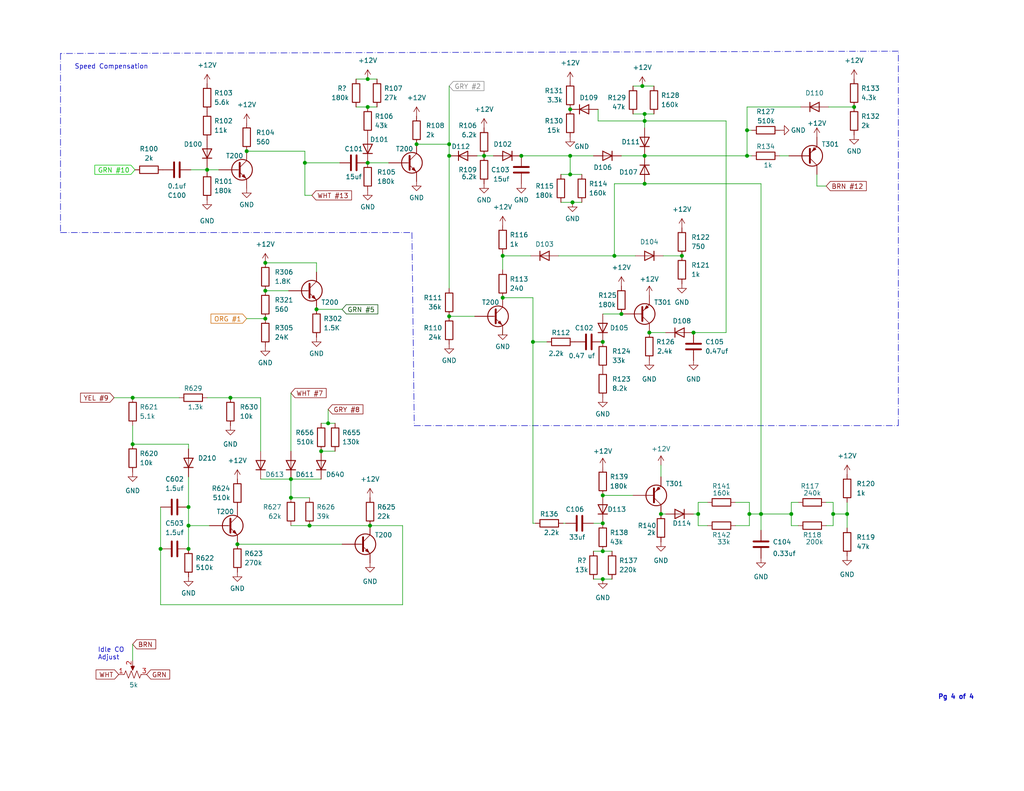
<source format=kicad_sch>
(kicad_sch (version 20230121) (generator eeschema)
  (paper "A")
  (title_block (title "D-Jetronic 0 280 000 034 ECU for Volvo") (date "2023-12-28") (comment 1 "Redrawn by David Farrington") (comment 2 "Copied from Dale Rembold") (comment 3 "Following Layout by F.W. Kerfoot"))
  (lib_symbols
    (symbol "BC328_1" (pin_numbers hide) (pin_names (offset 0) hide)
      (property "Reference" "Q" (at 5.08 1.905 0))
      (property "Value" "BC328" (at 5.08 0 0))
      (symbol "BC328_1_0_1"
        (polyline (pts (xy 0.635 0.635) (xy 2.54 2.54)))
        (polyline (pts (xy 0.635 -0.635) (xy 2.54 -2.54) (xy 2.54 -2.54)))
        (polyline (pts (xy 0.635 1.905) (xy 0.635 -1.905) (xy 0.635 -1.905)) (stroke (width 0.508)))
        (polyline (pts (xy 2.286 -1.778) (xy 1.778 -2.286) (xy 1.27 -1.27) (xy 2.286 -1.778) (xy 2.286 -1.778)) (fill (type outline)))
        (circle (center 1.27 0) (radius 2.8194) (stroke (width 0.254)))
      )
      (symbol "BC328_1_1_1"
        (pin passive line (at 2.54 5.08 270) (length 2.54) (name "C") (number "1"))
        (pin input line (at -5.08 0 0) (length 5.715) (name "B") (number "2"))
        (pin passive line (at 2.54 -5.08 90) (length 2.54) (name "E") (number "3"))
      )
    )
    (symbol "Device:C" (pin_numbers hide) (pin_names (offset 0.254))
      (property "Reference" "C" (at 0.635 2.54 0))
      (property "Value" "C" (at 0.635 -2.54 0))
      (symbol "C_0_1"
        (polyline (pts (xy -2.032 -0.762) (xy 2.032 -0.762)) (stroke (width 0.508)))
        (polyline (pts (xy -2.032 0.762) (xy 2.032 0.762)) (stroke (width 0.508)))
      )
      (symbol "C_1_1"
        (pin passive line (at 0 3.81 270) (length 2.794) (name "~") (number "1"))
        (pin passive line (at 0 -3.81 90) (length 2.794) (name "~") (number "2"))
      )
    )
    (symbol "Device:D" (pin_numbers hide) (pin_names (offset 1.016) hide)
      (property "Reference" "D" (at 0 2.54 0))
      (property "Value" "D" (at 0 -2.54 0))
      (symbol "D_0_1"
        (polyline (pts (xy -1.27 1.27) (xy -1.27 -1.27)) (stroke (width 0.254)))
        (polyline (pts (xy 1.27 0) (xy -1.27 0)))
        (polyline (pts (xy 1.27 1.27) (xy 1.27 -1.27) (xy -1.27 0) (xy 1.27 1.27)) (stroke (width 0.254)))
      )
      (symbol "D_1_1"
        (pin passive line (at -3.81 0 0) (length 2.54) (name "K") (number "1"))
        (pin passive line (at 3.81 0 180) (length 2.54) (name "A") (number "2"))
      )
    )
    (symbol "Device:R" (pin_numbers hide) (pin_names (offset 0))
      (property "Reference" "R" (at 2.032 0 90))
      (property "Value" "R" (at 0 0 90))
      (symbol "R_0_1"
        (rectangle (start -1.016 -2.54) (end 1.016 2.54) (stroke (width 0.254)))
      )
      (symbol "R_1_1"
        (pin passive line (at 0 3.81 270) (length 1.27) (name "~") (number "1"))
        (pin passive line (at 0 -3.81 90) (length 1.27) (name "~") (number "2"))
      )
    )
    (symbol "Device:R_Potentiometer_US" (pin_names (offset 1.016) hide)
      (property "Reference" "RV" (at -4.445 0 90))
      (property "Value" "R_Potentiometer_US" (at -2.54 0 90))
      (symbol "R_Potentiometer_US_0_1"
        (polyline (pts (xy 0 -2.286) (xy 0 -2.54)))
        (polyline (pts (xy 0 2.54) (xy 0 2.286)))
        (polyline (pts (xy 2.54 0) (xy 1.524 0)))
        (polyline (pts (xy 1.143 0) (xy 2.286 0.508) (xy 2.286 -0.508) (xy 1.143 0)) (fill (type outline)))
        (polyline (pts (xy 0 -0.762) (xy 1.016 -1.143) (xy 0 -1.524) (xy -1.016 -1.905) (xy 0 -2.286)))
        (polyline (pts (xy 0 0.762) (xy 1.016 0.381) (xy 0 0) (xy -1.016 -0.381) (xy 0 -0.762)))
        (polyline (pts (xy 0 2.286) (xy 1.016 1.905) (xy 0 1.524) (xy -1.016 1.143) (xy 0 0.762)))
      )
      (symbol "R_Potentiometer_US_1_1"
        (pin passive line (at 0 3.81 270) (length 1.27) (name "1") (number "1"))
        (pin passive line (at 3.81 0 180) (length 1.27) (name "2") (number "2"))
        (pin passive line (at 0 -3.81 90) (length 1.27) (name "3") (number "3"))
      )
    )
    (symbol "Transistor_BJT:BC337" (pin_numbers hide) (pin_names (offset 0) hide)
      (property "Reference" "Q" (at 5.08 1.905 0))
      (property "Value" "BC337" (at 5.08 0 0))
      (symbol "BC337_0_1"
        (polyline (pts (xy 0 0) (xy 0.635 0)))
        (polyline (pts (xy 0.635 0.635) (xy 2.54 2.54)))
        (polyline (pts (xy 0.635 -0.635) (xy 2.54 -2.54) (xy 2.54 -2.54)))
        (polyline (pts (xy 0.635 1.905) (xy 0.635 -1.905) (xy 0.635 -1.905)) (stroke (width 0.508)))
        (polyline (pts (xy 1.27 -1.778) (xy 1.778 -1.27) (xy 2.286 -2.286) (xy 1.27 -1.778) (xy 1.27 -1.778)) (fill (type outline)))
        (circle (center 1.27 0) (radius 2.8194) (stroke (width 0.254)))
      )
      (symbol "BC337_1_1"
        (pin passive line (at 2.54 5.08 270) (length 2.54) (name "C") (number "1"))
        (pin input line (at -5.08 0 0) (length 5.08) (name "B") (number "2"))
        (pin passive line (at 2.54 -5.08 90) (length 2.54) (name "E") (number "3"))
      )
    )
    (symbol "power:+12V" (power) (pin_names (offset 0))
      (property "Value" "+12V" (at 0 3.556 0))
      (symbol "+12V_0_1"
        (polyline (pts (xy -0.762 1.27) (xy 0 2.54)))
        (polyline (pts (xy 0 0) (xy 0 2.54)))
        (polyline (pts (xy 0 2.54) (xy 0.762 1.27)))
      )
      (symbol "+12V_1_1"
        (pin power_in line (at 0 0 90) (length 0) hide (name "+12V") (number "1"))
      )
    )
    (symbol "power:GND" (power) (pin_names (offset 0))
      (property "Value" "GND" (at 0 -3.81 0))
      (symbol "GND_0_1"
        (polyline (pts (xy 0 0) (xy 0 -1.27) (xy 1.27 -1.27) (xy 0 -2.54) (xy -1.27 -1.27) (xy 0 -1.27)))
      )
      (symbol "GND_1_1"
        (pin power_in line (at 0 0 270) (length 0) hide (name "GND") (number "1"))
      )
    )
  )
  (junction (at 122.555 86.36))
  (junction (at 72.39 86.995))
  (junction (at 164.465 150.495))
  (junction (at 72.39 71.755))
  (junction (at 79.375 130.81))
  (junction (at 137.16 69.85))
  (junction (at 186.055 69.85))
  (junction (at 113.665 39.37))
  (junction (at 164.465 158.115))
  (junction (at 51.435 138.43))
  (junction (at 175.895 33.02))
  (junction (at 132.08 42.545))
  (junction (at 215.9 140.335))
  (junction (at 203.835 35.56))
  (junction (at 86.36 84.455))
  (junction (at 203.835 42.545))
  (junction (at 231.14 140.335))
  (junction (at 175.26 23.495))
  (junction (at 169.545 85.725))
  (junction (at 164.465 135.255))
  (junction (at 43.815 149.86))
  (junction (at 62.865 108.585))
  (junction (at 175.895 42.545))
  (junction (at 72.39 79.375))
  (junction (at 233.045 29.21))
  (junction (at 79.375 135.89))
  (junction (at 190.5 140.335))
  (junction (at 84.455 143.51))
  (junction (at 145.415 93.345))
  (junction (at 142.24 42.545))
  (junction (at 204.47 140.335))
  (junction (at 227.33 140.335))
  (junction (at 100.965 143.51))
  (junction (at 164.465 142.875))
  (junction (at 100.33 44.45))
  (junction (at 155.575 29.845))
  (junction (at 51.435 143.51))
  (junction (at 189.23 90.805))
  (junction (at 56.515 46.355))
  (junction (at 89.535 115.57))
  (junction (at 175.895 31.115))
  (junction (at 137.16 81.28))
  (junction (at 36.195 121.285))
  (junction (at 100.33 29.21))
  (junction (at 64.77 148.59))
  (junction (at 164.465 93.345))
  (junction (at 155.575 47.625))
  (junction (at 67.31 41.275))
  (junction (at 51.435 149.86))
  (junction (at 87.63 123.19))
  (junction (at 180.34 140.335))
  (junction (at 156.21 55.245))
  (junction (at 36.195 108.585))
  (junction (at 155.575 42.545))
  (junction (at 177.165 90.805))
  (junction (at 167.64 69.85))
  (junction (at 207.645 140.335))
  (junction (at 83.185 44.45))
  (junction (at 122.555 42.545))
  (junction (at 122.555 39.37))
  (junction (at 175.895 50.165))
  (junction (at 100.33 21.59))
  (wire (pts (xy 175.895 31.115) (xy 178.435 31.115)))
  (wire (pts (xy 190.5 137.16) (xy 190.5 140.335)))
  (wire (pts (xy 52.07 46.355) (xy 56.515 46.355)))
  (wire (pts (xy 137.16 91.44) (xy 137.16 90.17)))
  (wire (pts (xy 56.515 45.72) (xy 56.515 46.355)))
  (wire (pts (xy 215.9 137.16) (xy 215.9 140.335)))
  (wire (pts (xy 163.195 33.02) (xy 175.895 33.02)))
  (wire (pts (xy 227.33 137.16) (xy 227.33 140.335)))
  (wire (pts (xy 56.515 46.355) (xy 56.515 46.99)))
  (wire (pts (xy 153.035 55.245) (xy 156.21 55.245)))
  (wire (pts (xy 207.645 140.335) (xy 207.645 144.78)))
  (wire (pts (xy 227.33 140.335) (xy 231.14 140.335)))
  (wire (pts (xy 204.47 140.335) (xy 204.47 143.51)))
  (polyline (pts (xy 16.51 63.5) (xy 112.395 63.5)) (stroke (width 0) (type dash_dot)))
  (wire (pts (xy 51.435 122.555) (xy 51.435 121.285)))
  (wire (pts (xy 84.455 143.51) (xy 79.375 143.51)))
  (wire (pts (xy 109.855 143.51) (xy 109.855 165.1)))
  (wire (pts (xy 226.06 29.21) (xy 233.045 29.21)))
  (wire (pts (xy 215.9 143.51) (xy 217.805 143.51)))
  (wire (pts (xy 137.16 81.28) (xy 145.415 81.28)))
  (wire (pts (xy 180.975 69.85) (xy 186.055 69.85)))
  (wire (pts (xy 161.925 150.495) (xy 164.465 150.495)))
  (wire (pts (xy 215.265 42.545) (xy 212.725 42.545)))
  (wire (pts (xy 62.865 108.585) (xy 56.515 108.585)))
  (wire (pts (xy 156.21 55.245) (xy 158.75 55.245)))
  (wire (pts (xy 31.115 108.585) (xy 36.195 108.585)))
  (wire (pts (xy 83.185 53.34) (xy 85.09 53.34)))
  (wire (pts (xy 175.895 50.165) (xy 167.64 50.165)))
  (wire (pts (xy 122.555 42.545) (xy 122.555 78.74)))
  (wire (pts (xy 36.195 108.585) (xy 48.895 108.585)))
  (wire (pts (xy 79.375 130.81) (xy 87.63 130.81)))
  (wire (pts (xy 222.885 50.8) (xy 222.885 47.625)))
  (wire (pts (xy 189.23 90.805) (xy 198.12 90.805)))
  (wire (pts (xy 161.925 158.115) (xy 164.465 158.115)))
  (wire (pts (xy 167.64 50.165) (xy 167.64 69.85)))
  (wire (pts (xy 189.23 140.335) (xy 190.5 140.335)))
  (wire (pts (xy 167.64 69.85) (xy 173.355 69.85)))
  (wire (pts (xy 175.895 31.115) (xy 175.895 33.02)))
  (wire (pts (xy 97.155 29.21) (xy 100.33 29.21)))
  (wire (pts (xy 145.415 81.28) (xy 145.415 93.345)))
  (wire (pts (xy 164.465 150.495) (xy 167.005 150.495)))
  (wire (pts (xy 51.435 121.285) (xy 36.195 121.285)))
  (wire (pts (xy 79.375 135.89) (xy 84.455 135.89)))
  (wire (pts (xy 79.375 135.89) (xy 79.375 130.81)))
  (wire (pts (xy 152.4 69.85) (xy 167.64 69.85)))
  (wire (pts (xy 100.33 44.45) (xy 106.045 44.45)))
  (wire (pts (xy 100.33 21.59) (xy 102.87 21.59)))
  (wire (pts (xy 100.33 29.21) (xy 102.87 29.21)))
  (wire (pts (xy 207.645 140.335) (xy 215.9 140.335)))
  (wire (pts (xy 190.5 140.335) (xy 190.5 143.51)))
  (wire (pts (xy 205.105 35.56) (xy 203.835 35.56)))
  (wire (pts (xy 218.44 29.21) (xy 203.835 29.21)))
  (wire (pts (xy 175.895 33.02) (xy 198.12 33.02)))
  (wire (pts (xy 36.195 121.285) (xy 36.195 116.205)))
  (wire (pts (xy 51.435 130.175) (xy 51.435 138.43)))
  (wire (pts (xy 231.14 140.335) (xy 231.14 144.145)))
  (wire (pts (xy 207.645 50.165) (xy 207.645 140.335)))
  (polyline (pts (xy 245.11 116.205) (xy 245.11 13.97)) (stroke (width 0) (type dash_dot)))
  (wire (pts (xy 175.895 42.545) (xy 203.835 42.545)))
  (wire (pts (xy 155.575 42.545) (xy 161.925 42.545)))
  (wire (pts (xy 89.535 115.57) (xy 91.44 115.57)))
  (wire (pts (xy 172.72 23.495) (xy 175.26 23.495)))
  (wire (pts (xy 137.16 69.85) (xy 137.16 73.66)))
  (polyline (pts (xy 16.51 14.605) (xy 16.51 63.5)) (stroke (width 0) (type dash_dot)))
  (polyline (pts (xy 112.395 63.5) (xy 113.03 116.205)) (stroke (width 0) (type dash_dot)))
  (wire (pts (xy 56.515 46.355) (xy 59.69 46.355)))
  (wire (pts (xy 72.39 71.755) (xy 86.36 71.755)))
  (wire (pts (xy 207.645 50.165) (xy 175.895 50.165)))
  (wire (pts (xy 79.375 107.315) (xy 79.375 123.19)))
  (wire (pts (xy 153.035 47.625) (xy 155.575 47.625)))
  (wire (pts (xy 215.9 140.335) (xy 215.9 143.51)))
  (wire (pts (xy 153.67 142.875) (xy 154.305 142.875)))
  (wire (pts (xy 169.545 42.545) (xy 175.895 42.545)))
  (wire (pts (xy 43.815 149.86) (xy 43.815 138.43)))
  (wire (pts (xy 172.72 31.115) (xy 175.895 31.115)))
  (wire (pts (xy 109.855 165.1) (xy 43.815 165.1)))
  (wire (pts (xy 181.61 140.335) (xy 180.34 140.335)))
  (wire (pts (xy 122.555 39.37) (xy 122.555 42.545)))
  (wire (pts (xy 142.24 42.545) (xy 155.575 42.545)))
  (wire (pts (xy 204.47 140.335) (xy 207.645 140.335)))
  (wire (pts (xy 180.34 130.175) (xy 180.34 127)))
  (wire (pts (xy 72.39 79.375) (xy 78.74 79.375)))
  (wire (pts (xy 145.415 142.875) (xy 146.05 142.875)))
  (wire (pts (xy 225.425 50.8) (xy 222.885 50.8)))
  (wire (pts (xy 164.465 135.255) (xy 172.72 135.255)))
  (wire (pts (xy 227.33 143.51) (xy 225.425 143.51)))
  (wire (pts (xy 164.465 158.115) (xy 167.005 158.115)))
  (wire (pts (xy 87.63 115.57) (xy 89.535 115.57)))
  (wire (pts (xy 190.5 137.16) (xy 193.04 137.16)))
  (wire (pts (xy 155.575 47.625) (xy 158.75 47.625)))
  (wire (pts (xy 130.175 42.545) (xy 132.08 42.545)))
  (polyline (pts (xy 245.11 13.97) (xy 16.51 14.605)) (stroke (width 0) (type dash_dot)))
  (wire (pts (xy 83.185 44.45) (xy 83.185 53.34)))
  (wire (pts (xy 181.61 90.805) (xy 177.165 90.805)))
  (wire (pts (xy 57.15 143.51) (xy 51.435 143.51)))
  (wire (pts (xy 215.9 137.16) (xy 217.805 137.16)))
  (wire (pts (xy 145.415 93.345) (xy 145.415 142.875)))
  (wire (pts (xy 71.12 108.585) (xy 71.12 123.19)))
  (wire (pts (xy 137.16 69.215) (xy 137.16 69.85)))
  (wire (pts (xy 144.78 69.85) (xy 137.16 69.85)))
  (wire (pts (xy 62.865 108.585) (xy 71.12 108.585)))
  (wire (pts (xy 36.195 180.34) (xy 36.195 175.895)))
  (wire (pts (xy 175.895 34.925) (xy 175.895 33.02)))
  (wire (pts (xy 204.47 137.16) (xy 204.47 140.335)))
  (wire (pts (xy 203.835 29.21) (xy 203.835 35.56)))
  (wire (pts (xy 145.415 93.345) (xy 149.225 93.345)))
  (wire (pts (xy 164.465 85.725) (xy 169.545 85.725)))
  (wire (pts (xy 227.33 137.16) (xy 225.425 137.16)))
  (wire (pts (xy 132.08 42.545) (xy 134.62 42.545)))
  (wire (pts (xy 164.465 142.875) (xy 161.925 142.875)))
  (wire (pts (xy 205.105 42.545) (xy 203.835 42.545)))
  (wire (pts (xy 97.155 21.59) (xy 100.33 21.59)))
  (wire (pts (xy 175.26 23.495) (xy 178.435 23.495)))
  (wire (pts (xy 190.5 143.51) (xy 193.04 143.51)))
  (wire (pts (xy 43.815 165.1) (xy 43.815 149.86)))
  (wire (pts (xy 89.535 111.76) (xy 89.535 115.57)))
  (wire (pts (xy 83.185 44.45) (xy 92.71 44.45)))
  (polyline (pts (xy 113.03 116.205) (xy 245.11 116.205)) (stroke (width 0) (type dash_dot)))
  (wire (pts (xy 113.665 39.37) (xy 122.555 39.37)))
  (wire (pts (xy 122.555 86.36) (xy 129.54 86.36)))
  (wire (pts (xy 100.965 143.51) (xy 109.855 143.51)))
  (wire (pts (xy 198.12 33.02) (xy 198.12 90.805)))
  (wire (pts (xy 231.14 137.16) (xy 231.14 140.335)))
  (wire (pts (xy 204.47 137.16) (xy 200.66 137.16)))
  (wire (pts (xy 100.965 143.51) (xy 84.455 143.51)))
  (wire (pts (xy 64.77 148.59) (xy 93.345 148.59)))
  (wire (pts (xy 203.835 35.56) (xy 203.835 42.545)))
  (wire (pts (xy 100.33 44.45) (xy 99.695 44.45)))
  (wire (pts (xy 71.12 130.81) (xy 79.375 130.81)))
  (wire (pts (xy 51.435 143.51) (xy 51.435 149.86)))
  (wire (pts (xy 86.36 84.455) (xy 93.345 84.455)))
  (wire (pts (xy 83.185 41.275) (xy 83.185 44.45)))
  (wire (pts (xy 227.33 140.335) (xy 227.33 143.51)))
  (wire (pts (xy 51.435 138.43) (xy 51.435 143.51)))
  (wire (pts (xy 67.31 41.275) (xy 83.185 41.275)))
  (wire (pts (xy 86.36 71.755) (xy 86.36 74.295)))
  (wire (pts (xy 122.555 23.495) (xy 122.555 39.37)))
  (wire (pts (xy 155.575 42.545) (xy 155.575 47.625)))
  (wire (pts (xy 204.47 143.51) (xy 200.66 143.51)))
  (wire (pts (xy 87.63 123.19) (xy 91.44 123.19)))
  (wire (pts (xy 163.195 29.845) (xy 163.195 33.02)))
  (wire (pts (xy 67.31 86.995) (xy 72.39 86.995)))
  (text "Speed Compensation" (at 20.32 19.05 0) (effects (font (size 1.27 1.27)) (justify left bottom)))
  (text "Pg 4 of 4" (at 255.905 191.135 0) (effects (font (size 1.27 1.27) bold) (justify left bottom)))
  (text "Idle CO\nAdjust" (at 26.67 180.34 0) (effects (font (size 1.27 1.27)) (justify left bottom)))
  (global_label "WHT #7" (shape input) (at 79.375 107.315 0) (property "Intersheetrefs" "${INTERSHEET_REFS}" (at 89.5568 107.315 0) (effects (justify left))))
  (global_label "BRN #12" (shape input) (at 225.425 50.8 0) (property "Intersheetrefs" "${INTERSHEET_REFS}" (at 236.9373 50.8 0) (effects (justify left))))
  (global_label "GRY #2" (shape input) (at 122.555 23.495 0) (property "Intersheetrefs" "${INTERSHEET_REFS}" (at 132.6159 23.495 0) (effects (justify left))))
  (global_label "YEL #9" (shape input) (at 31.115 108.585 180) (property "Intersheetrefs" "${INTERSHEET_REFS}" (at 21.417 108.585 0) (effects (justify right))))
  (global_label "GRN #10" (shape input) (at 36.83 46.355 180) (property "Intersheetrefs" "${INTERSHEET_REFS}" (at 25.3177 46.355 0) (effects (justify right))))
  (global_label "WHT #13" (shape input) (at 85.09 53.34 0) (property "Intersheetrefs" "${INTERSHEET_REFS}" (at 96.4813 53.34 0) (effects (justify left))))
  (global_label "ORG #1" (shape input) (at 67.31 86.995 180) (property "Intersheetrefs" "${INTERSHEET_REFS}" (at 57.0072 86.995 0) (effects (justify right))))
  (global_label "BRN" (shape input) (at 36.195 175.895 0) (property "Intersheetrefs" "${INTERSHEET_REFS}" (at 43.0507 175.895 0) (effects (justify left))))
  (global_label "GRN" (shape input) (at 40.005 184.15 0) (property "Intersheetrefs" "${INTERSHEET_REFS}" (at 46.8607 184.15 0) (effects (justify left))))
  (global_label "GRN #5" (shape input) (at 93.345 84.455 0) (property "Intersheetrefs" "${INTERSHEET_REFS}" (at 103.6478 84.455 0) (effects (justify left))))
  (global_label "GRY #8" (shape input) (at 89.535 111.76 0) (property "Intersheetrefs" "${INTERSHEET_REFS}" (at 99.5959 111.76 0) (effects (justify left))))
  (global_label "WHT" (shape input) (at 32.385 184.15 180) (property "Intersheetrefs" "${INTERSHEET_REFS}" (at 25.6503 184.15 0) (effects (justify right))))
  (symbol (lib_id "Device:R") (at 231.14 133.35 0) (unit 1)
    (property "Reference" "R120" (at 233.68 132.08 0) (effects (justify left)))
    (property "Value" "1k" (at 233.68 134.62 0) (effects (justify left)))
  )
  (symbol (lib_id "Device:R") (at 72.39 75.565 0) (unit 1)
    (property "Reference" "R306" (at 74.93 74.295 0) (effects (justify left)))
    (property "Value" "1.8K" (at 74.93 76.835 0) (effects (justify left)))
    (instances (project "034 ECU v4" (path "" (reference "R306") (unit 1)) (path "" (reference "R5") (unit 1))))
  )
  (symbol (lib_id "power:+12V") (at 113.665 31.75 0) (unit 1)
    (property "Reference" "#PWR081" (effects hide))
    (property "Value" "+12V" (at 113.665 26.67 0))
  )
  (symbol (lib_id "Device:R") (at 36.195 125.095 0) (unit 1)
    (property "Reference" "R620" (at 38.1 123.825 0) (effects (justify left)))
    (property "Value" "10k" (at 38.1 126.365 0) (effects (justify left)))
  )
  (symbol (lib_id "power:+12V") (at 67.31 33.655 0) (unit 1)
    (property "Reference" "#PWR085" (effects hide))
    (property "Value" "+12V" (at 67.31 28.575 0))
  )
  (symbol (lib_id "Device:R") (at 231.14 147.955 0) (unit 1)
    (property "Reference" "R119" (at 233.68 146.685 0) (effects (justify left)))
    (property "Value" "47k" (at 233.68 149.225 0) (effects (justify left)))
  )
  (symbol (lib_id "Device:R") (at 196.85 143.51 270) (unit 1)
    (property "Reference" "R142" (at 196.85 146.05 90))
    (property "Value" "33k" (at 197.485 147.955 90))
  )
  (symbol (lib_id "Device:R") (at 51.435 153.67 0) (unit 1)
    (property "Reference" "R622" (at 53.34 152.4 0) (effects (justify left)))
    (property "Value" "510k" (at 53.34 154.94 0) (effects (justify left)))
  )
  (symbol (lib_id "Device:R") (at 72.39 90.805 0) (unit 1)
    (property "Reference" "R305" (at 74.93 89.535 0) (effects (justify left)))
    (property "Value" "24K" (at 74.93 92.075 0) (effects (justify left)))
    (instances (project "034 ECU v4" (path "" (reference "R305") (unit 1)) (path "" (reference "R7") (unit 1))))
  )
  (symbol (lib_id "Device:D") (at 185.42 90.805 0) (unit 1)
    (property "Reference" "D108" (at 186.055 87.63 0))
    (property "Value" "D" (effects hide))
    (property "Sim.Device" "D" (effects hide))
    (property "Sim.Pins" "1=K 2=A" (effects hide))
  )
  (symbol (lib_id "power:+12V") (at 64.77 130.81 0) (unit 1)
    (property "Reference" "#PWR093" (effects hide))
    (property "Value" "+12V" (at 64.77 125.73 0))
  )
  (symbol (lib_id "power:+12V") (at 155.575 22.225 0) (unit 1)
    (property "Reference" "#PWR063" (effects hide))
    (property "Value" "+12V" (at 155.575 17.145 0))
  )
  (symbol (lib_id "Device:D") (at 175.895 46.355 270) (unit 1)
    (property "Reference" "D107" (at 168.91 46.99 90) (effects (justify left)))
    (property "Value" "D" (effects hide))
    (property "Sim.Device" "D" (effects hide))
    (property "Sim.Pins" "1=K 2=A" (effects hide))
  )
  (symbol (lib_id "Device:R") (at 64.77 152.4 0) (unit 1)
    (property "Reference" "R623" (at 66.675 151.13 0) (effects (justify left)))
    (property "Value" "270k" (at 66.675 153.67 0) (effects (justify left)))
  )
  (symbol (lib_id "Device:C") (at 48.26 46.355 90) (mirror x) (unit 1)
    (property "Reference" "C100" (at 48.26 53.34 90))
    (property "Value" "0.1uf" (at 48.26 50.8 90))
  )
  (symbol (lib_id "Device:D") (at 222.25 29.21 0) (unit 1)
    (property "Reference" "D110" (at 222.25 25.4 0))
    (property "Value" "D" (effects hide))
    (property "Sim.Device" "D" (effects hide))
    (property "Sim.Pins" "1=K 2=A" (effects hide))
  )
  (symbol (lib_id "Device:R") (at 40.64 46.355 90) (unit 1)
    (property "Reference" "R100" (at 40.64 40.64 90))
    (property "Value" "2k" (at 40.64 43.18 90))
  )
  (symbol (lib_id "Device:R") (at 79.375 139.7 0) (mirror y) (unit 1)
    (property "Reference" "R627" (at 76.835 138.43 0) (effects (justify left)))
    (property "Value" "62k" (at 76.835 140.97 0) (effects (justify left)))
  )
  (symbol (lib_id "power:+12V") (at 169.545 78.105 0) (unit 1)
    (property "Reference" "#PWR060" (effects hide))
    (property "Value" "+12V" (at 169.545 73.025 0))
  )
  (symbol (lib_id "Device:R") (at 164.465 131.445 0) (unit 1)
    (property "Reference" "R139" (at 166.37 130.175 0) (effects (justify left)))
    (property "Value" "180k" (at 166.37 132.715 0) (effects (justify left)))
  )
  (symbol (lib_id "Device:R") (at 208.915 42.545 90) (unit 1)
    (property "Reference" "R134" (at 208.915 40.005 90))
    (property "Value" "1k" (at 209.55 45.085 90))
  )
  (symbol (lib_id "Device:R") (at 102.87 25.4 0) (mirror y) (unit 1)
    (property "Reference" "R107" (at 104.775 24.13 0) (effects (justify right)))
    (property "Value" "27k" (at 104.775 26.67 0) (effects (justify right)))
  )
  (symbol (lib_id "Device:R") (at 137.16 77.47 0) (unit 1)
    (property "Reference" "R113" (at 139.065 76.2 0) (effects (justify left)))
    (property "Value" "240" (at 139.065 78.74 0) (effects (justify left)))
  )
  (symbol (lib_id "Transistor_BJT:BC337") (at 83.82 79.375 0) (unit 1)
    (property "Reference" "T200" (at 87.63 82.55 0) (effects (justify left)))
    (property "Value" "BC337" (effects hide))
    (property "Footprint" "Package_TO_SOT_THT:TO-92_Inline" (effects hide))
    (property "Datasheet" "https://diotec.com/tl_files/diotec/files/pdf/datasheets/bc337.pdf" (effects hide))
    (instances (project "034 ECU v4" (path "" (reference "T200") (unit 1)) (path "" (reference "T304") (unit 1)) (path "" (reference "T304") (unit 1))) (project "Bosch 280000034 v2" (path "" (reference "T504") (unit 1))) (project "Bosch 280000034 v3" (path "" (reference "T504") (unit 1))))
  )
  (symbol (lib_id "power:GND") (at 142.24 50.165 0) (unit 1)
    (property "Reference" "#PWR077" (effects hide))
    (property "Value" "GND" (at 142.24 54.61 0))
  )
  (symbol (lib_id "Device:R") (at 56.515 34.29 0) (unit 1)
    (property "Reference" "R102" (at 58.42 33.02 0) (effects (justify left)))
    (property "Value" "11k" (at 58.42 35.56 0) (effects (justify left)))
  )
  (symbol (lib_id "Device:R") (at 155.575 26.035 0) (unit 1)
    (property "Reference" "R131" (at 148.59 24.765 0) (effects (justify left)))
    (property "Value" "3.3k" (at 149.225 27.305 0) (effects (justify left)))
  )
  (symbol (lib_id "Device:R") (at 177.165 94.615 0) (mirror y) (unit 1)
    (property "Reference" "R126" (at 184.15 93.345 0) (effects (justify left)))
    (property "Value" "2.4k" (at 183.515 95.885 0) (effects (justify left)))
  )
  (symbol (lib_id "power:GND") (at 207.645 152.4 0) (unit 1)
    (property "Reference" "#PWR057" (effects hide))
    (property "Value" "GND" (at 207.645 157.48 0))
  )
  (symbol (lib_id "Device:R") (at 87.63 119.38 0) (mirror y) (unit 1)
    (property "Reference" "R656" (at 85.725 118.11 0) (effects (justify left)))
    (property "Value" "510k" (at 85.725 120.65 0) (effects (justify left)))
  )
  (symbol (lib_id "power:GND") (at 233.045 36.83 0) (unit 1)
    (property "Reference" "#PWR072" (effects hide))
    (property "Value" "GND" (at 233.045 41.275 0))
  )
  (symbol (lib_id "Device:R") (at 64.77 134.62 0) (mirror y) (unit 1)
    (property "Reference" "R624" (at 62.865 133.35 0) (effects (justify left)))
    (property "Value" "510k" (at 62.865 135.89 0) (effects (justify left)))
  )
  (symbol (lib_id "Device:D") (at 51.435 126.365 270) (mirror x) (unit 1)
    (property "Reference" "D210" (at 53.975 125.095 90) (effects (justify left)))
    (property "Value" "D" (effects hide))
    (property "Sim.Device" "D" (effects hide))
    (property "Sim.Pins" "1=K 2=A" (effects hide))
  )
  (symbol (lib_id "Device:D") (at 71.12 127 90) (unit 1)
    (property "Reference" "D613" (at 72.39 129.54 90) (effects (justify right)))
    (property "Value" "D" (effects hide))
    (property "Sim.Device" "D" (effects hide))
    (property "Sim.Pins" "1=K 2=A" (effects hide))
  )
  (symbol (lib_id "power:GND") (at 64.77 156.21 0) (unit 1)
    (property "Reference" "#PWR049" (effects hide))
    (property "Value" "GND" (at 64.77 160.655 0))
  )
  (symbol (lib_id "Device:C") (at 160.655 93.345 90) (unit 1)
    (property "Reference" "C102" (at 159.385 89.535 90))
    (property "Value" "0.47 uf" (at 158.75 97.155 90))
  )
  (symbol (lib_id "Device:R") (at 221.615 143.51 270) (unit 1)
    (property "Reference" "R118" (at 221.615 146.05 90))
    (property "Value" "200k" (at 222.25 147.955 90))
  )
  (symbol (lib_id "power:GND") (at 132.08 50.165 0) (unit 1)
    (property "Reference" "#PWR078" (effects hide))
    (property "Value" "GND" (at 132.08 54.61 0))
  )
  (symbol (lib_id "Device:R") (at 208.915 35.56 90) (unit 1)
    (property "Reference" "R127" (at 211.455 30.48 90) (effects (justify left)))
    (property "Value" "510k" (at 211.455 33.02 90) (effects (justify left)))
  )
  (symbol (lib_id "Device:R") (at 153.035 93.345 90) (unit 1)
    (property "Reference" "R112" (at 153.035 90.805 90))
    (property "Value" "2.2k" (at 151.765 96.52 90))
  )
  (symbol (lib_id "power:+12V") (at 186.055 62.23 0) (unit 1)
    (property "Reference" "#PWR062" (effects hide))
    (property "Value" "+12V" (at 186.055 57.15 0))
  )
  (symbol (lib_id "power:+12V") (at 100.33 21.59 0) (unit 1)
    (property "Reference" "#PWR082" (effects hide))
    (property "Value" "+12V" (at 100.33 16.51 0))
  )
  (symbol (lib_id "Device:D") (at 164.465 89.535 90) (unit 1)
    (property "Reference" "D105" (at 166.37 89.535 90) (effects (justify right)))
    (property "Value" "D" (effects hide))
    (property "Sim.Device" "D" (effects hide))
    (property "Sim.Pins" "1=K 2=A" (effects hide))
  )
  (symbol (lib_id "power:GND") (at 137.16 90.17 0) (unit 1)
    (property "Reference" "#PWR070" (effects hide))
    (property "Value" "GND" (at 137.16 94.615 0))
  )
  (symbol (lib_id "power:+12V") (at 231.14 129.54 0) (unit 1)
    (property "Reference" "#PWR047" (effects hide))
    (property "Value" "+12V" (at 231.14 124.46 0))
  )
  (symbol (lib_id "Device:C") (at 96.52 44.45 90) (mirror x) (unit 1)
    (property "Reference" "C101" (at 96.52 40.64 90))
    (property "Value" "15uf" (at 96.52 48.26 90))
  )
  (symbol (lib_id "Device:R") (at 186.055 73.66 0) (unit 1)
    (property "Reference" "R121" (at 188.595 72.39 0) (effects (justify left)))
    (property "Value" "1k" (at 188.595 74.93 0) (effects (justify left)))
  )
  (symbol (lib_id "Device:R") (at 172.72 27.305 0) (unit 1)
    (property "Reference" "R129" (at 165.735 26.67 0) (effects (justify left)))
    (property "Value" "47k" (at 167.005 29.21 0) (effects (justify left)))
  )
  (symbol (lib_id "power:GND") (at 164.465 158.115 0) (unit 1)
    (property "Reference" "#PWR055" (effects hide))
    (property "Value" "GND" (at 164.465 163.195 0))
  )
  (symbol (lib_id "power:+12V") (at 177.165 80.645 0) (unit 1)
    (property "Reference" "#PWR059" (effects hide))
    (property "Value" "+12V" (at 177.165 76.2 0))
  )
  (symbol (lib_id "Device:D") (at 159.385 29.845 0) (unit 1)
    (property "Reference" "D109" (at 160.655 26.67 0))
    (property "Value" "D" (effects hide))
    (property "Sim.Device" "D" (effects hide))
    (property "Sim.Pins" "1=K 2=A" (effects hide))
  )
  (symbol (lib_id "power:GND") (at 122.555 93.98 0) (unit 1)
    (property "Reference" "#PWR073" (effects hide))
    (property "Value" "GND" (at 122.555 98.425 0))
  )
  (symbol (lib_id "power:+12V") (at 180.34 127 0) (unit 1)
    (property "Reference" "#PWR053" (effects hide))
    (property "Value" "+12V" (at 180.34 122.555 0))
  )
  (symbol (lib_id "power:+12V") (at 100.965 135.89 0) (unit 1)
    (property "Reference" "#PWR044" (effects hide))
    (property "Value" "+12V" (at 100.965 130.81 0))
  )
  (symbol (lib_id "Device:C") (at 207.645 148.59 0) (unit 1)
    (property "Reference" "C104" (at 210.82 147.955 0) (effects (justify left)))
    (property "Value" "0.33uf" (at 210.82 151.13 0) (effects (justify left)))
  )
  (symbol (lib_id "Device:R") (at 137.16 65.405 0) (unit 1)
    (property "Reference" "R116" (at 139.065 64.135 0) (effects (justify left)))
    (property "Value" "1k" (at 139.065 66.675 0) (effects (justify left)))
  )
  (symbol (lib_id "Device:D") (at 56.515 41.91 90) (unit 1)
    (property "Reference" "D100" (at 55.245 39.37 90) (effects (justify left)))
    (property "Value" "D" (effects hide))
    (property "Sim.Device" "D" (effects hide))
    (property "Sim.Pins" "1=K 2=A" (effects hide))
  )
  (symbol (lib_id "power:GND") (at 51.435 157.48 0) (unit 1)
    (property "Reference" "#PWR094" (effects hide))
    (property "Value" "GND" (at 51.435 161.925 0))
  )
  (symbol (lib_id "Device:R") (at 153.035 51.435 0) (unit 1)
    (property "Reference" "R115" (at 146.05 50.8 0) (effects (justify left)))
    (property "Value" "180k" (at 146.05 53.34 0) (effects (justify left)))
  )
  (symbol (lib_id "Device:R") (at 233.045 33.02 0) (unit 1)
    (property "Reference" "R132" (at 234.95 31.75 0) (effects (justify left)))
    (property "Value" "2k" (at 234.95 34.29 0) (effects (justify left)))
  )
  (symbol (lib_id "power:GND") (at 36.195 128.905 0) (unit 1)
    (property "Reference" "#PWR091" (effects hide))
    (property "Value" "GND" (at 36.195 133.985 0))
  )
  (symbol (lib_id "power:GND") (at 231.14 151.765 0) (unit 1)
    (property "Reference" "#PWR058" (effects hide))
    (property "Value" "GND" (at 231.14 156.845 0))
  )
  (symbol (lib_id "power:GND") (at 56.515 54.61 0) (unit 1)
    (property "Reference" "#PWR086" (effects hide))
    (property "Value" "GND" (at 56.515 60.325 0))
  )
  (symbol (lib_id "Device:R") (at 62.865 112.395 0) (unit 1)
    (property "Reference" "R630" (at 65.405 111.125 0) (effects (justify left)))
    (property "Value" "10k" (at 65.405 113.665 0) (effects (justify left)))
  )
  (symbol (lib_id "Device:R") (at 161.925 154.305 0) (unit 1)
    (property "Reference" "R?" (at 157.48 153.035 0) (effects (justify left)))
    (property "Value" "13k" (at 156.845 155.575 0) (effects (justify left)))
  )
  (symbol (lib_id "Device:R") (at 169.545 81.915 0) (unit 1)
    (property "Reference" "R125" (at 163.195 80.645 0) (effects (justify left)))
    (property "Value" "180k" (at 163.195 83.185 0) (effects (justify left)))
  )
  (symbol (lib_id "Device:D") (at 79.375 127 90) (unit 1)
    (property "Reference" "D611" (at 80.645 129.54 90) (effects (justify right)))
    (property "Value" "D" (effects hide))
    (property "Sim.Device" "D" (effects hide))
    (property "Sim.Pins" "1=K 2=A" (effects hide))
  )
  (symbol (lib_id "Device:R") (at 113.665 35.56 0) (unit 1)
    (property "Reference" "R108" (at 116.205 34.29 0) (effects (justify left)))
    (property "Value" "2k" (at 116.205 36.83 0) (effects (justify left)))
  )
  (symbol (lib_id "Device:R") (at 72.39 83.185 0) (unit 1)
    (property "Reference" "R321" (at 74.93 81.915 0) (effects (justify left)))
    (property "Value" "560" (at 74.93 84.455 0) (effects (justify left)))
    (instances (project "034 ECU v4" (path "" (reference "R321") (unit 1)) (path "" (reference "R6") (unit 1))))
  )
  (symbol (lib_id "power:GND") (at 180.34 147.955 0) (unit 1)
    (property "Reference" "#PWR056" (effects hide))
    (property "Value" "GND" (at 180.34 153.035 0))
  )
  (symbol (lib_id "Device:R") (at 164.465 104.775 0) (unit 1)
    (property "Reference" "R123" (at 167.005 103.505 0) (effects (justify left)))
    (property "Value" "8.2k" (at 167.005 106.045 0) (effects (justify left)))
  )
  (symbol (lib_id "Device:R") (at 196.85 137.16 270) (unit 1)
    (property "Reference" "R141" (at 196.85 132.715 90))
    (property "Value" "160k" (at 196.85 134.62 90))
  )
  (symbol (lib_id "Device:R") (at 132.08 46.355 0) (unit 1)
    (property "Reference" "R109" (at 130.175 46.355 0) (effects (justify right)))
    (property "Value" "6.2k" (at 130.175 48.26 0) (effects (justify right)))
  )
  (symbol (lib_id "Device:R") (at 122.555 82.55 0) (unit 1)
    (property "Reference" "R111" (at 115.57 81.28 0) (effects (justify left)))
    (property "Value" "36k" (at 116.84 83.82 0) (effects (justify left)))
  )
  (symbol (lib_id "power:+12V") (at 132.08 34.925 0) (unit 1)
    (property "Reference" "#PWR079" (effects hide))
    (property "Value" "+12V" (at 132.08 29.845 0))
  )
  (symbol (lib_name "BC328_1") (lib_id "Transistor_BJT:BC328") (at 220.345 42.545 0) (mirror x) (unit 1)
    (property "Reference" "T301" (at 224.155 39.37 0) (effects (justify left)))
    (property "Value" "BC328" (effects hide))
    (property "Footprint" "Package_TO_SOT_THT:TO-92_Inline" (effects hide))
    (property "Datasheet" "http://www.redrok.com/PNP_BC327_-45V_-800mA_0.625W_Hfe100_TO-92.pdf" (effects hide))
    (instances (project "034 ECU v4" (path "" (reference "T301") (unit 1)) (path "" (reference "T900") (unit 1)) (path "" (reference "T103") (unit 1))) (project "Bosch 280000034 v2" (path "" (reference "T502") (unit 1))) (project "Bosch 280000034 v3" (path "" (reference "T502") (unit 1))))
  )
  (symbol (lib_id "Device:R_Potentiometer_US") (at 36.195 184.15 90) (unit 1)
    (property "Reference" "RV1" (effects hide))
    (property "Value" "5k" (at 35.2425 187.0075 90) (effects (justify right)))
  )
  (symbol (lib_id "power:+12V") (at 222.885 37.465 0) (unit 1)
    (property "Reference" "#PWR064" (effects hide))
    (property "Value" "+12V" (at 222.885 33.655 0))
  )
  (symbol (lib_id "power:GND") (at 212.725 35.56 90) (unit 1)
    (property "Reference" "#PWR071" (effects hide))
    (property "Value" "GND" (at 217.805 35.56 90))
  )
  (symbol (lib_id "power:GND") (at 67.31 51.435 0) (unit 1)
    (property "Reference" "#PWR084" (effects hide))
    (property "Value" "GND" (at 67.31 55.88 0))
  )
  (symbol (lib_id "Transistor_BJT:BC337") (at 134.62 86.36 0) (unit 1)
    (property "Reference" "T200" (at 131.445 82.55 0) (effects (justify left)))
    (property "Value" "BC337" (effects hide))
    (property "Footprint" "Package_TO_SOT_THT:TO-92_Inline" (effects hide))
    (property "Datasheet" "https://diotec.com/tl_files/diotec/files/pdf/datasheets/bc337.pdf" (effects hide))
    (instances (project "034 ECU v4" (path "" (reference "T200") (unit 1)) (path "" (reference "T506") (unit 1)) (path "" (reference "T102") (unit 1))) (project "Bosch 280000034 v2" (path "" (reference "T504") (unit 1))) (project "Bosch 280000034 v3" (path "" (reference "T504") (unit 1))))
  )
  (symbol (lib_id "Device:R") (at 164.465 97.155 0) (unit 1)
    (property "Reference" "R124" (at 167.005 95.885 0) (effects (justify left)))
    (property "Value" "33k" (at 167.005 98.425 0) (effects (justify left)))
  )
  (symbol (lib_id "power:GND") (at 62.865 116.205 0) (unit 1)
    (property "Reference" "#PWR092" (effects hide))
    (property "Value" "GND" (at 62.865 121.285 0))
  )
  (symbol (lib_id "Transistor_BJT:BC337") (at 64.77 46.355 0) (unit 1)
    (property "Reference" "T200" (at 61.595 42.545 0) (effects (justify left)))
    (property "Value" "BC337" (effects hide))
    (property "Footprint" "Package_TO_SOT_THT:TO-92_Inline" (effects hide))
    (property "Datasheet" "https://diotec.com/tl_files/diotec/files/pdf/datasheets/bc337.pdf" (effects hide))
    (instances (project "034 ECU v4" (path "" (reference "T200") (unit 1)) (path "" (reference "T506") (unit 1)) (path "" (reference "T100") (unit 1))) (project "Bosch 280000034 v2" (path "" (reference "T504") (unit 1))) (project "Bosch 280000034 v3" (path "" (reference "T504") (unit 1))))
  )
  (symbol (lib_id "Device:R") (at 56.515 50.8 0) (unit 1)
    (property "Reference" "R101" (at 58.42 49.53 0) (effects (justify left)))
    (property "Value" "180k" (at 58.42 52.07 0) (effects (justify left)))
  )
  (symbol (lib_id "Device:R") (at 155.575 33.655 0) (unit 1)
    (property "Reference" "R130" (at 148.59 33.02 0) (effects (justify left)))
    (property "Value" "15k" (at 149.225 35.56 0) (effects (justify left)))
  )
  (symbol (lib_id "Device:R") (at 67.31 37.465 0) (unit 1)
    (property "Reference" "R104" (at 69.85 36.195 0) (effects (justify left)))
    (property "Value" "560" (at 69.85 38.735 0) (effects (justify left)))
  )
  (symbol (lib_id "power:GND") (at 156.21 55.245 0) (unit 1)
    (property "Reference" "#PWR076" (effects hide))
    (property "Value" "GND" (at 156.21 59.69 0))
  )
  (symbol (lib_id "Device:R") (at 91.44 119.38 0) (unit 1)
    (property "Reference" "R655" (at 93.345 118.11 0) (effects (justify left)))
    (property "Value" "130k" (at 93.345 120.65 0) (effects (justify left)))
  )
  (symbol (lib_id "Device:R") (at 86.36 88.265 0) (unit 1)
    (property "Reference" "R302" (at 88.265 86.995 0) (effects (justify left)))
    (property "Value" "1.5K" (at 88.265 89.535 0) (effects (justify left)))
    (instances (project "034 ECU v4" (path "" (reference "R302") (unit 1)) (path "" (reference "R8") (unit 1))))
  )
  (symbol (lib_id "Device:R") (at 180.34 144.145 0) (unit 1)
    (property "Reference" "R140" (at 173.99 143.51 0) (effects (justify left)))
    (property "Value" "2k" (at 176.53 145.415 0) (effects (justify left)))
  )
  (symbol (lib_id "Device:R") (at 167.005 154.305 0) (unit 1)
    (property "Reference" "R137" (at 168.91 153.035 0) (effects (justify left)))
    (property "Value" "220k" (at 168.91 155.575 0) (effects (justify left)))
  )
  (symbol (lib_id "power:GND") (at 177.165 98.425 0) (unit 1)
    (property "Reference" "#PWR068" (effects hide))
    (property "Value" "GND" (at 177.165 103.505 0))
  )
  (symbol (lib_id "power:+12V") (at 137.16 61.595 0) (unit 1)
    (property "Reference" "#PWR061" (effects hide))
    (property "Value" "+12V" (at 137.16 56.515 0))
  )
  (symbol (lib_id "power:+12V") (at 56.515 22.86 0) (unit 1)
    (property "Reference" "#PWR087" (effects hide))
    (property "Value" "+12V" (at 56.515 17.78 0))
  )
  (symbol (lib_id "Device:R") (at 164.465 146.685 0) (unit 1)
    (property "Reference" "R138" (at 166.37 145.415 0) (effects (justify left)))
    (property "Value" "43k" (at 166.37 147.955 0) (effects (justify left)))
  )
  (symbol (lib_id "Device:R") (at 233.045 25.4 0) (unit 1)
    (property "Reference" "R133" (at 234.95 24.13 0) (effects (justify left)))
    (property "Value" "4.3k" (at 234.95 26.67 0) (effects (justify left)))
  )
  (symbol (lib_id "Device:C") (at 189.23 94.615 0) (unit 1)
    (property "Reference" "C105" (at 192.405 93.345 0) (effects (justify left)))
    (property "Value" "0.47uf" (at 192.405 95.885 0) (effects (justify left)))
  )
  (symbol (lib_name "BC328_1") (lib_id "Transistor_BJT:BC328") (at 174.625 85.725 0) (mirror x) (unit 1)
    (property "Reference" "T301" (at 178.435 82.55 0) (effects (justify left)))
    (property "Value" "BC328" (effects hide))
    (property "Footprint" "Package_TO_SOT_THT:TO-92_Inline" (effects hide))
    (property "Datasheet" "http://www.redrok.com/PNP_BC327_-45V_-800mA_0.625W_Hfe100_TO-92.pdf" (effects hide))
    (instances (project "034 ECU v4" (path "" (reference "T301") (unit 1)) (path "" (reference "T900") (unit 1)) (path "" (reference "T104") (unit 1))) (project "Bosch 280000034 v2" (path "" (reference "T502") (unit 1))) (project "Bosch 280000034 v3" (path "" (reference "T502") (unit 1))))
  )
  (symbol (lib_id "Device:R") (at 149.86 142.875 90) (unit 1)
    (property "Reference" "R136" (at 149.86 140.335 90))
    (property "Value" "2.2k" (at 150.495 145.415 90))
  )
  (symbol (lib_id "power:GND") (at 189.23 98.425 0) (unit 1)
    (property "Reference" "#PWR067" (effects hide))
    (property "Value" "GND" (at 189.23 103.505 0))
  )
  (symbol (lib_id "Device:R") (at 100.965 139.7 0) (unit 1)
    (property "Reference" "R625" (at 102.87 138.43 0) (effects (justify left)))
    (property "Value" "22k" (at 102.87 140.97 0) (effects (justify left)))
  )
  (symbol (lib_id "Device:C") (at 142.24 46.355 0) (mirror y) (unit 1)
    (property "Reference" "C103" (at 139.065 46.355 0) (effects (justify left)))
    (property "Value" "15uf" (at 139.065 48.895 0) (effects (justify left)))
  )
  (symbol (lib_id "Device:C") (at 47.625 138.43 90) (unit 1)
    (property "Reference" "C602" (at 47.625 130.81 90))
    (property "Value" "1.5uf" (at 47.625 133.35 90))
  )
  (symbol (lib_id "Device:R") (at 221.615 137.16 270) (unit 1)
    (property "Reference" "R117" (at 220.98 132.715 90))
    (property "Value" "240k" (at 221.615 134.62 90))
  )
  (symbol (lib_id "power:GND") (at 113.665 49.53 0) (unit 1)
    (property "Reference" "#PWR080" (effects hide))
    (property "Value" "GND" (at 113.665 53.975 0))
  )
  (symbol (lib_id "Transistor_BJT:BC337") (at 111.125 44.45 0) (unit 1)
    (property "Reference" "T200" (at 107.95 40.64 0) (effects (justify left)))
    (property "Value" "BC337" (effects hide))
    (property "Footprint" "Package_TO_SOT_THT:TO-92_Inline" (effects hide))
    (property "Datasheet" "https://diotec.com/tl_files/diotec/files/pdf/datasheets/bc337.pdf" (effects hide))
    (instances (project "034 ECU v4" (path "" (reference "T200") (unit 1)) (path "" (reference "T506") (unit 1)) (path "" (reference "T101") (unit 1))) (project "Bosch 280000034 v2" (path "" (reference "T504") (unit 1))) (project "Bosch 280000034 v3" (path "" (reference "T504") (unit 1))))
  )
  (symbol (lib_id "Device:R") (at 100.33 48.26 0) (unit 1)
    (property "Reference" "R105" (at 102.87 46.99 0) (effects (justify left)))
    (property "Value" "180k" (at 102.87 49.53 0) (effects (justify left)))
  )
  (symbol (lib_id "Device:R") (at 97.155 25.4 0) (unit 1)
    (property "Reference" "R?" (at 94.615 24.13 0) (effects (justify right)))
    (property "Value" "180k" (at 95.25 26.67 0) (effects (justify right)))
  )
  (symbol (lib_id "Device:R") (at 158.75 51.435 0) (unit 1)
    (property "Reference" "R114" (at 160.655 50.165 0) (effects (justify left)))
    (property "Value" "160k" (at 160.655 52.705 0) (effects (justify left)))
  )
  (symbol (lib_name "BC328_1") (lib_id "Transistor_BJT:BC328") (at 177.8 135.255 0) (mirror x) (unit 1)
    (property "Reference" "T301" (at 181.61 132.08 0) (effects (justify left)))
    (property "Value" "BC328" (effects hide))
    (property "Footprint" "Package_TO_SOT_THT:TO-92_Inline" (effects hide))
    (property "Datasheet" "http://www.redrok.com/PNP_BC327_-45V_-800mA_0.625W_Hfe100_TO-92.pdf" (effects hide))
    (instances (project "034 ECU v4" (path "" (reference "T301") (unit 1)) (path "" (reference "T900") (unit 1)) (path "" (reference "T105") (unit 1))) (project "Bosch 280000034 v2" (path "" (reference "T502") (unit 1))) (project "Bosch 280000034 v3" (path "" (reference "T502") (unit 1))))
  )
  (symbol (lib_id "Device:D") (at 165.735 42.545 0) (mirror y) (unit 1)
    (property "Reference" "D106" (at 164.465 45.72 0))
    (property "Value" "D" (effects hide))
    (property "Sim.Device" "D" (effects hide))
    (property "Sim.Pins" "1=K 2=A" (effects hide))
  )
  (symbol (lib_id "power:+12V") (at 233.045 21.59 0) (unit 1)
    (property "Reference" "#PWR066" (effects hide))
    (property "Value" "+12V" (at 233.045 16.51 0))
  )
  (symbol (lib_id "power:+12V") (at 164.465 127.635 0) (unit 1)
    (property "Reference" "#PWR054" (effects hide))
    (property "Value" "+12V" (at 164.465 123.19 0))
  )
  (symbol (lib_id "Device:R") (at 186.055 66.04 0) (unit 1)
    (property "Reference" "R122" (at 188.595 64.77 0) (effects (justify left)))
    (property "Value" "750" (at 188.595 67.31 0) (effects (justify left)))
  )
  (symbol (lib_id "Device:D") (at 148.59 69.85 0) (unit 1)
    (property "Reference" "D103" (at 148.59 66.675 0))
    (property "Value" "D" (effects hide))
    (property "Sim.Device" "D" (effects hide))
    (property "Sim.Pins" "1=K 2=A" (effects hide))
  )
  (symbol (lib_id "Transistor_BJT:BC337") (at 62.23 143.51 0) (unit 1)
    (property "Reference" "T200" (at 59.055 139.7 0) (effects (justify left)))
    (property "Value" "BC337" (effects hide))
    (property "Footprint" "Package_TO_SOT_THT:TO-92_Inline" (effects hide))
    (property "Datasheet" "https://diotec.com/tl_files/diotec/files/pdf/datasheets/bc337.pdf" (effects hide))
    (instances (project "034 ECU v4" (path "" (reference "T200") (unit 1)) (path "" (reference "T506") (unit 1)) (path "" (reference "T604") (unit 1))) (project "Bosch 280000034 v2" (path "" (reference "T504") (unit 1))) (project "Bosch 280000034 v3" (path "" (reference "T504") (unit 1))))
  )
  (symbol (lib_id "power:GND") (at 86.36 92.075 0) (unit 1)
    (property "Reference" "#PWR049" (effects hide))
    (property "Value" "GND" (at 86.36 96.52 0))
    (instances (project "034 ECU v4" (path "" (reference "#PWR049") (unit 1)) (path "" (reference "#PWR090") (unit 1))))
  )
  (symbol (lib_id "power:GND") (at 155.575 37.465 0) (unit 1)
    (property "Reference" "#PWR075" (effects hide))
    (property "Value" "GND" (at 158.75 40.005 0))
  )
  (symbol (lib_id "Device:D") (at 126.365 42.545 0) (mirror x) (unit 1)
    (property "Reference" "D112" (at 125.73 40.005 0))
    (property "Value" "D" (effects hide))
    (property "Sim.Device" "D" (effects hide))
    (property "Sim.Pins" "1=K 2=A" (effects hide))
  )
  (symbol (lib_id "power:GND") (at 100.33 52.07 0) (unit 1)
    (property "Reference" "#PWR083" (effects hide))
    (property "Value" "GND" (at 100.33 56.515 0))
  )
  (symbol (lib_id "Device:R") (at 36.195 112.395 0) (unit 1)
    (property "Reference" "R621" (at 38.1 111.125 0) (effects (justify left)))
    (property "Value" "5.1k" (at 38.1 113.665 0) (effects (justify left)))
  )
  (symbol (lib_id "power:GND") (at 164.465 108.585 0) (unit 1)
    (property "Reference" "#PWR069" (effects hide))
    (property "Value" "GND" (at 164.465 113.03 0))
  )
  (symbol (lib_id "Device:D") (at 177.165 69.85 0) (mirror y) (unit 1)
    (property "Reference" "D104" (at 177.165 66.04 0))
    (property "Value" "D" (effects hide))
    (property "Sim.Device" "D" (effects hide))
    (property "Sim.Pins" "1=K 2=A" (effects hide))
  )
  (symbol (lib_id "Device:D") (at 164.465 139.065 90) (unit 1)
    (property "Reference" "D113" (at 165.735 139.065 90) (effects (justify right)))
    (property "Value" "D" (effects hide))
    (property "Sim.Device" "D" (effects hide))
    (property "Sim.Pins" "1=K 2=A" (effects hide))
  )
  (symbol (lib_id "Device:R") (at 84.455 139.7 0) (unit 1)
    (property "Reference" "R626" (at 86.36 138.43 0) (effects (justify left)))
    (property "Value" "39k" (at 86.36 140.97 0) (effects (justify left)))
  )
  (symbol (lib_id "power:+12V") (at 175.26 23.495 0) (unit 1)
    (property "Reference" "#PWR065" (effects hide))
    (property "Value" "+12V" (at 175.26 18.415 0))
  )
  (symbol (lib_id "power:GND") (at 100.965 153.67 0) (unit 1)
    (property "Reference" "#PWR048" (effects hide))
    (property "Value" "GND" (at 100.965 158.75 0))
  )
  (symbol (lib_id "Device:D") (at 175.895 38.735 90) (unit 1)
    (property "Reference" "D111" (at 169.545 38.735 90) (effects (justify right)))
    (property "Value" "D" (effects hide))
    (property "Sim.Device" "D" (effects hide))
    (property "Sim.Pins" "1=K 2=A" (effects hide))
  )
  (symbol (lib_id "Device:D") (at 87.63 127 90) (unit 1)
    (property "Reference" "D640" (at 88.9 129.54 90) (effects (justify right)))
    (property "Value" "D" (effects hide))
    (property "Sim.Device" "D" (effects hide))
    (property "Sim.Pins" "1=K 2=A" (effects hide))
  )
  (symbol (lib_id "Device:R") (at 178.435 27.305 0) (unit 1)
    (property "Reference" "R128" (at 180.34 26.035 0) (effects (justify left)))
    (property "Value" "160k" (at 180.34 28.575 0) (effects (justify left)))
  )
  (symbol (lib_id "Device:C") (at 47.625 149.86 90) (unit 1)
    (property "Reference" "C503" (at 47.625 142.875 90))
    (property "Value" "1.5uf" (at 47.625 145.415 90))
  )
  (symbol (lib_id "Device:R") (at 132.08 38.735 0) (unit 1)
    (property "Reference" "R106" (at 130.175 34.29 0) (effects (justify right)))
    (property "Value" "6.2k" (at 130.175 36.83 0) (effects (justify right)))
  )
  (symbol (lib_id "power:+12V") (at 72.39 71.755 0) (unit 1)
    (property "Reference" "#PWR044" (effects hide))
    (property "Value" "+12V" (at 72.39 66.675 0))
    (instances (project "034 ECU v4" (path "" (reference "#PWR044") (unit 1)) (path "" (reference "#PWR088") (unit 1))))
  )
  (symbol (lib_id "Device:D") (at 100.33 40.64 270) (mirror x) (unit 1)
    (property "Reference" "D101" (at 106.045 38.1 90) (effects (justify right)))
    (property "Value" "D" (effects hide))
    (property "Sim.Device" "D" (effects hide))
    (property "Sim.Pins" "1=K 2=A" (effects hide))
  )
  (symbol (lib_id "Transistor_BJT:BC337") (at 98.425 148.59 0) (unit 1)
    (property "Reference" "T200" (at 102.235 146.05 0) (effects (justify left)))
    (property "Value" "BC337" (effects hide))
    (property "Footprint" "Package_TO_SOT_THT:TO-92_Inline" (effects hide))
    (property "Datasheet" "https://diotec.com/tl_files/diotec/files/pdf/datasheets/bc337.pdf" (effects hide))
    (instances (project "034 ECU v4" (path "" (reference "T200") (unit 1)) (path "" (reference "T506") (unit 1)) (path "" (reference "T605") (unit 1))) (project "Bosch 280000034 v2" (path "" (reference "T504") (unit 1))) (project "Bosch 280000034 v3" (path "" (reference "T504") (unit 1))))
  )
  (symbol (lib_id "power:GND") (at 72.39 94.615 0) (unit 1)
    (property "Reference" "#PWR048" (effects hide))
    (property "Value" "GND" (at 72.39 99.06 0))
    (instances (project "034 ECU v4" (path "" (reference "#PWR048") (unit 1)) (path "" (reference "#PWR089") (unit 1))))
  )
  (symbol (lib_id "Device:R") (at 122.555 90.17 0) (unit 1)
    (property "Reference" "R110" (at 115.57 89.535 0) (effects (justify left)))
    (property "Value" "24k" (at 116.84 92.075 0) (effects (justify left)))
  )
  (symbol (lib_id "Device:D") (at 185.42 140.335 0) (mirror y) (unit 1)
    (property "Reference" "D114" (at 186.055 142.875 0))
    (property "Sim.Device" "D" (effects hide))
    (property "Sim.Pins" "1=K 2=A" (effects hide))
  )
  (symbol (lib_id "Device:R") (at 100.33 33.02 0) (unit 1)
    (property "Reference" "R106" (at 102.235 31.75 0) (effects (justify left)))
    (property "Value" "43k" (at 102.235 34.29 0) (effects (justify left)))
  )
  (symbol (lib_id "Device:C") (at 158.115 142.875 90) (unit 1)
    (property "Reference" "C106" (at 156.845 139.065 90))
    (property "Value" "33uf" (at 157.48 146.685 90))
  )
  (symbol (lib_id "Device:R") (at 52.705 108.585 90) (unit 1)
    (property "Reference" "R629" (at 52.705 106.045 90))
    (property "Value" "1.3k" (at 53.34 111.125 90))
  )
  (symbol (lib_id "Device:R") (at 56.515 26.67 0) (unit 1)
    (property "Reference" "R103" (at 58.42 25.4 0) (effects (justify left)))
    (property "Value" "5.6k" (at 58.42 27.94 0) (effects (justify left)))
  )
  (symbol (lib_id "Device:D") (at 138.43 42.545 180) (unit 1)
    (property "Reference" "D102" (at 137.16 39.37 0))
    (property "Value" "D" (effects hide))
    (property "Sim.Device" "D" (effects hide))
    (property "Sim.Pins" "1=K 2=A" (effects hide))
  )
  (symbol (lib_id "power:GND") (at 186.055 77.47 0) (unit 1)
    (property "Reference" "#PWR074" (effects hide))
    (property "Value" "GND" (at 186.055 82.55 0))
  )
)
</source>
